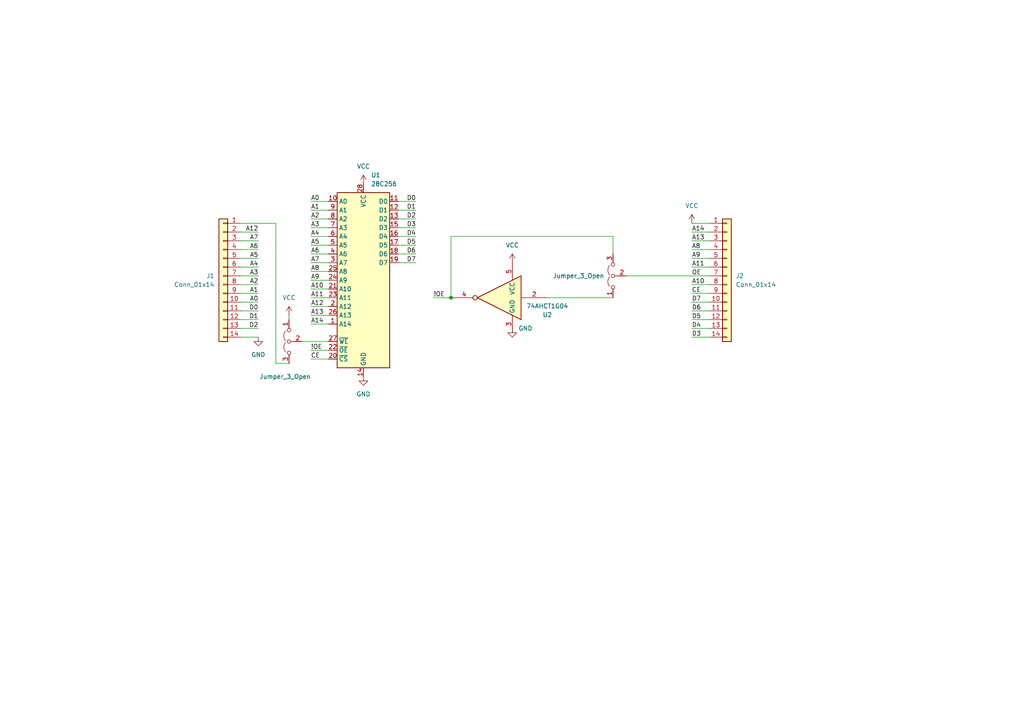
<source format=kicad_sch>
(kicad_sch (version 20230121) (generator eeschema)
  (paper "A4")
  (lib_symbols
    (symbol "74xGxx:74AHCT1G04"
      (property "Reference" "U" (at -2.54 3.81 0))
      (property "Value" "74AHCT1G04" (at 0 -3.81 0))
      (symbol "74AHCT1G04_0_1"
        (polyline (pts (xy -7.62 6.35) (xy -7.62 -6.35) (xy 5.08 0) (xy -7.62 6.35)) (stroke (width 0.254)) (fill (type background)))
      )
      (symbol "74AHCT1G04_1_1"
        (pin input line (at -15.24 0 0) (length 7.62) (name "~") (number "2"))
        (pin power_in line (at -5.08 -10.16 90) (length 5.08) (name "GND") (number "3"))
        (pin output inverted (at 12.7 0 180) (length 7.62) (name "~") (number "4"))
        (pin power_in line (at -5.08 10.16 270) (length 5.08) (name "VCC") (number "5"))
      )
    )
    (symbol "Connector_Generic:Conn_01x14" (pin_names (offset 1.016) hide)
      (property "Reference" "J" (at 0 17.78 0))
      (property "Value" "Conn_01x14" (at 0 -20.32 0))
      (symbol "Conn_01x14_1_1"
        (rectangle (start -1.27 -17.653) (end 0 -17.907) (stroke (width 0.1524)))
        (rectangle (start -1.27 -15.113) (end 0 -15.367) (stroke (width 0.1524)))
        (rectangle (start -1.27 -12.573) (end 0 -12.827) (stroke (width 0.1524)))
        (rectangle (start -1.27 -10.033) (end 0 -10.287) (stroke (width 0.1524)))
        (rectangle (start -1.27 -7.493) (end 0 -7.747) (stroke (width 0.1524)))
        (rectangle (start -1.27 -4.953) (end 0 -5.207) (stroke (width 0.1524)))
        (rectangle (start -1.27 -2.413) (end 0 -2.667) (stroke (width 0.1524)))
        (rectangle (start -1.27 0.127) (end 0 -0.127) (stroke (width 0.1524)))
        (rectangle (start -1.27 2.667) (end 0 2.413) (stroke (width 0.1524)))
        (rectangle (start -1.27 5.207) (end 0 4.953) (stroke (width 0.1524)))
        (rectangle (start -1.27 7.747) (end 0 7.493) (stroke (width 0.1524)))
        (rectangle (start -1.27 10.287) (end 0 10.033) (stroke (width 0.1524)))
        (rectangle (start -1.27 12.827) (end 0 12.573) (stroke (width 0.1524)))
        (rectangle (start -1.27 15.367) (end 0 15.113) (stroke (width 0.1524)))
        (rectangle (start -1.27 16.51) (end 1.27 -19.05) (stroke (width 0.254)) (fill (type background)))
        (pin passive line (at -5.08 15.24 0) (length 3.81) (name "Pin_1") (number "1"))
        (pin passive line (at -5.08 -7.62 0) (length 3.81) (name "Pin_10") (number "10"))
        (pin passive line (at -5.08 -10.16 0) (length 3.81) (name "Pin_11") (number "11"))
        (pin passive line (at -5.08 -12.7 0) (length 3.81) (name "Pin_12") (number "12"))
        (pin passive line (at -5.08 -15.24 0) (length 3.81) (name "Pin_13") (number "13"))
        (pin passive line (at -5.08 -17.78 0) (length 3.81) (name "Pin_14") (number "14"))
        (pin passive line (at -5.08 12.7 0) (length 3.81) (name "Pin_2") (number "2"))
        (pin passive line (at -5.08 10.16 0) (length 3.81) (name "Pin_3") (number "3"))
        (pin passive line (at -5.08 7.62 0) (length 3.81) (name "Pin_4") (number "4"))
        (pin passive line (at -5.08 5.08 0) (length 3.81) (name "Pin_5") (number "5"))
        (pin passive line (at -5.08 2.54 0) (length 3.81) (name "Pin_6") (number "6"))
        (pin passive line (at -5.08 0 0) (length 3.81) (name "Pin_7") (number "7"))
        (pin passive line (at -5.08 -2.54 0) (length 3.81) (name "Pin_8") (number "8"))
        (pin passive line (at -5.08 -5.08 0) (length 3.81) (name "Pin_9") (number "9"))
      )
    )
    (symbol "Jumper:Jumper_3_Open" (pin_names (offset 0) hide)
      (property "Reference" "JP" (at -2.54 -2.54 0))
      (property "Value" "Jumper_3_Open" (at 0 2.794 0))
      (symbol "Jumper_3_Open_0_0"
        (circle (center -3.302 0) (radius 0.508))
        (circle (center 0 0) (radius 0.508))
        (circle (center 3.302 0) (radius 0.508))
      )
      (symbol "Jumper_3_Open_0_1"
        (arc (start -0.254 1.016) (mid -1.651 1.4992) (end -3.048 1.016))
        (polyline (pts (xy 0 -0.508) (xy 0 -1.27)))
        (arc (start 3.048 1.016) (mid 1.651 1.4992) (end 0.254 1.016))
      )
      (symbol "Jumper_3_Open_1_1"
        (pin passive line (at -6.35 0 0) (length 2.54) (name "A") (number "1"))
        (pin passive line (at 0 -3.81 90) (length 2.54) (name "C") (number "2"))
        (pin passive line (at 6.35 0 180) (length 2.54) (name "B") (number "3"))
      )
    )
    (symbol "Memory_EEPROM:28C256"
      (property "Reference" "U" (at -7.62 26.67 0))
      (property "Value" "28C256" (at 2.54 -26.67 0))
      (symbol "28C256_1_1"
        (rectangle (start -7.62 25.4) (end 7.62 -25.4) (stroke (width 0.254)) (fill (type background)))
        (pin input line (at -10.16 -12.7 0) (length 2.54) (name "A14") (number "1"))
        (pin input line (at -10.16 22.86 0) (length 2.54) (name "A0") (number "10"))
        (pin tri_state line (at 10.16 22.86 180) (length 2.54) (name "D0") (number "11"))
        (pin tri_state line (at 10.16 20.32 180) (length 2.54) (name "D1") (number "12"))
        (pin tri_state line (at 10.16 17.78 180) (length 2.54) (name "D2") (number "13"))
        (pin power_in line (at 0 -27.94 90) (length 2.54) (name "GND") (number "14"))
        (pin tri_state line (at 10.16 15.24 180) (length 2.54) (name "D3") (number "15"))
        (pin tri_state line (at 10.16 12.7 180) (length 2.54) (name "D4") (number "16"))
        (pin tri_state line (at 10.16 10.16 180) (length 2.54) (name "D5") (number "17"))
        (pin tri_state line (at 10.16 7.62 180) (length 2.54) (name "D6") (number "18"))
        (pin tri_state line (at 10.16 5.08 180) (length 2.54) (name "D7") (number "19"))
        (pin input line (at -10.16 -7.62 0) (length 2.54) (name "A12") (number "2"))
        (pin input line (at -10.16 -22.86 0) (length 2.54) (name "~{CS}") (number "20"))
        (pin input line (at -10.16 -2.54 0) (length 2.54) (name "A10") (number "21"))
        (pin input line (at -10.16 -20.32 0) (length 2.54) (name "~{OE}") (number "22"))
        (pin input line (at -10.16 -5.08 0) (length 2.54) (name "A11") (number "23"))
        (pin input line (at -10.16 0 0) (length 2.54) (name "A9") (number "24"))
        (pin input line (at -10.16 2.54 0) (length 2.54) (name "A8") (number "25"))
        (pin input line (at -10.16 -10.16 0) (length 2.54) (name "A13") (number "26"))
        (pin input line (at -10.16 -17.78 0) (length 2.54) (name "~{WE}") (number "27"))
        (pin power_in line (at 0 27.94 270) (length 2.54) (name "VCC") (number "28"))
        (pin input line (at -10.16 5.08 0) (length 2.54) (name "A7") (number "3"))
        (pin input line (at -10.16 7.62 0) (length 2.54) (name "A6") (number "4"))
        (pin input line (at -10.16 10.16 0) (length 2.54) (name "A5") (number "5"))
        (pin input line (at -10.16 12.7 0) (length 2.54) (name "A4") (number "6"))
        (pin input line (at -10.16 15.24 0) (length 2.54) (name "A3") (number "7"))
        (pin input line (at -10.16 17.78 0) (length 2.54) (name "A2") (number "8"))
        (pin input line (at -10.16 20.32 0) (length 2.54) (name "A1") (number "9"))
      )
    )
    (symbol "power:GND" (power) (pin_names (offset 0))
      (property "Value" "GND" (at 0 -3.81 0))
      (symbol "GND_0_1"
        (polyline (pts (xy 0 0) (xy 0 -1.27) (xy 1.27 -1.27) (xy 0 -2.54) (xy -1.27 -1.27) (xy 0 -1.27)))
      )
      (symbol "GND_1_1"
        (pin power_in line (at 0 0 270) (length 0) hide (name "GND") (number "1"))
      )
    )
    (symbol "power:VCC" (power) (pin_names (offset 0))
      (property "Value" "VCC" (at 0 3.81 0))
      (symbol "VCC_0_1"
        (polyline (pts (xy -0.762 1.27) (xy 0 2.54)))
        (polyline (pts (xy 0 0) (xy 0 2.54)))
        (polyline (pts (xy 0 2.54) (xy 0.762 1.27)))
      )
      (symbol "VCC_1_1"
        (pin power_in line (at 0 0 90) (length 0) hide (name "VCC") (number "1"))
      )
    )
  )
  (junction (at 130.81 86.36))
  (wire (pts (xy 115.57 66.04) (xy 120.65 66.04)))
  (wire (pts (xy 90.17 71.12) (xy 95.25 71.12)))
  (wire (pts (xy 69.85 77.47) (xy 74.93 77.47)))
  (wire (pts (xy 90.17 86.36) (xy 95.25 86.36)))
  (wire (pts (xy 90.17 73.66) (xy 95.25 73.66)))
  (wire (pts (xy 130.81 68.58) (xy 130.81 86.36)))
  (wire (pts (xy 90.17 93.98) (xy 95.25 93.98)))
  (wire (pts (xy 90.17 63.5) (xy 95.25 63.5)))
  (wire (pts (xy 69.85 72.39) (xy 74.93 72.39)))
  (wire (pts (xy 200.66 87.63) (xy 205.74 87.63)))
  (wire (pts (xy 80.01 105.41) (xy 83.82 105.41)))
  (wire (pts (xy 115.57 76.2) (xy 120.65 76.2)))
  (wire (pts (xy 158.75 86.36) (xy 177.8 86.36)))
  (wire (pts (xy 69.85 90.17) (xy 74.93 90.17)))
  (wire (pts (xy 177.8 68.58) (xy 130.81 68.58)))
  (wire (pts (xy 115.57 71.12) (xy 120.65 71.12)))
  (wire (pts (xy 90.17 66.04) (xy 95.25 66.04)))
  (wire (pts (xy 90.17 81.28) (xy 95.25 81.28)))
  (wire (pts (xy 200.66 77.47) (xy 205.74 77.47)))
  (wire (pts (xy 200.66 72.39) (xy 205.74 72.39)))
  (wire (pts (xy 69.85 95.25) (xy 74.93 95.25)))
  (wire (pts (xy 69.85 87.63) (xy 74.93 87.63)))
  (wire (pts (xy 200.66 90.17) (xy 205.74 90.17)))
  (wire (pts (xy 69.85 67.31) (xy 74.93 67.31)))
  (wire (pts (xy 69.85 85.09) (xy 74.93 85.09)))
  (wire (pts (xy 69.85 74.93) (xy 74.93 74.93)))
  (wire (pts (xy 90.17 76.2) (xy 95.25 76.2)))
  (wire (pts (xy 90.17 88.9) (xy 95.25 88.9)))
  (wire (pts (xy 69.85 64.77) (xy 80.01 64.77)))
  (wire (pts (xy 90.17 104.14) (xy 95.25 104.14)))
  (wire (pts (xy 200.66 85.09) (xy 205.74 85.09)))
  (wire (pts (xy 125.73 86.36) (xy 130.81 86.36)))
  (wire (pts (xy 69.85 92.71) (xy 74.93 92.71)))
  (wire (pts (xy 200.66 92.71) (xy 205.74 92.71)))
  (wire (pts (xy 90.17 83.82) (xy 95.25 83.82)))
  (wire (pts (xy 115.57 68.58) (xy 120.65 68.58)))
  (wire (pts (xy 80.01 64.77) (xy 80.01 105.41)))
  (wire (pts (xy 200.66 67.31) (xy 205.74 67.31)))
  (wire (pts (xy 115.57 60.96) (xy 120.65 60.96)))
  (wire (pts (xy 69.85 97.79) (xy 74.93 97.79)))
  (wire (pts (xy 87.63 99.06) (xy 95.25 99.06)))
  (wire (pts (xy 200.66 82.55) (xy 205.74 82.55)))
  (wire (pts (xy 200.66 74.93) (xy 205.74 74.93)))
  (wire (pts (xy 181.61 80.01) (xy 205.74 80.01)))
  (wire (pts (xy 90.17 68.58) (xy 95.25 68.58)))
  (wire (pts (xy 200.66 97.79) (xy 205.74 97.79)))
  (wire (pts (xy 90.17 101.6) (xy 95.25 101.6)))
  (wire (pts (xy 83.82 92.71) (xy 83.82 91.44)))
  (wire (pts (xy 90.17 58.42) (xy 95.25 58.42)))
  (wire (pts (xy 90.17 60.96) (xy 95.25 60.96)))
  (wire (pts (xy 148.59 96.52) (xy 148.59 95.25)))
  (wire (pts (xy 69.85 80.01) (xy 74.93 80.01)))
  (wire (pts (xy 200.66 69.85) (xy 205.74 69.85)))
  (wire (pts (xy 200.66 95.25) (xy 205.74 95.25)))
  (wire (pts (xy 115.57 63.5) (xy 120.65 63.5)))
  (wire (pts (xy 69.85 82.55) (xy 74.93 82.55)))
  (wire (pts (xy 90.17 91.44) (xy 95.25 91.44)))
  (wire (pts (xy 115.57 58.42) (xy 120.65 58.42)))
  (wire (pts (xy 177.8 73.66) (xy 177.8 68.58)))
  (wire (pts (xy 200.66 64.77) (xy 205.74 64.77)))
  (wire (pts (xy 90.17 78.74) (xy 95.25 78.74)))
  (wire (pts (xy 69.85 69.85) (xy 74.93 69.85)))
  (wire (pts (xy 115.57 73.66) (xy 120.65 73.66)))
  (label "A6" (at 90.17 73.66 0))
  (label "A0" (at 74.93 87.63 180))
  (label "A7" (at 90.17 76.2 0))
  (label "D1" (at 74.93 92.71 180))
  (label "D4" (at 200.66 95.25 0))
  (label "D5" (at 120.65 71.12 180))
  (label "CE" (at 200.66 85.09 0))
  (label "A11" (at 90.17 86.36 0))
  (label "A5" (at 74.93 74.93 180))
  (label "A8" (at 200.66 72.39 0))
  (label "D5" (at 200.66 92.71 0))
  (label "A6" (at 74.93 72.39 180))
  (label "D0" (at 120.65 58.42 180))
  (label "!OE" (at 125.73 86.36 0))
  (label "D6" (at 200.66 90.17 0))
  (label "A2" (at 90.17 63.5 0))
  (label "D4" (at 120.65 68.58 180))
  (label "A13" (at 200.66 69.85 0))
  (label "A1" (at 90.17 60.96 0))
  (label "D2" (at 74.93 95.25 180))
  (label "D3" (at 120.65 66.04 180))
  (label "!OE" (at 90.17 101.6 0))
  (label "D3" (at 200.66 97.79 0))
  (label "A12" (at 90.17 88.9 0))
  (label "D7" (at 120.65 76.2 180))
  (label "A5" (at 90.17 71.12 0))
  (label "D2" (at 120.65 63.5 180))
  (label "A14" (at 90.17 93.98 0))
  (label "A4" (at 90.17 68.58 0))
  (label "A4" (at 74.93 77.47 180))
  (label "A13" (at 90.17 91.44 0))
  (label "A1" (at 74.93 85.09 180))
  (label "A10" (at 90.17 83.82 0))
  (label "A9" (at 90.17 81.28 0))
  (label "D1" (at 120.65 60.96 180))
  (label "A14" (at 200.66 67.31 0))
  (label "A3" (at 90.17 66.04 0))
  (label "A7" (at 74.93 69.85 180))
  (label "A10" (at 200.66 82.55 0))
  (label "A8" (at 90.17 78.74 0))
  (label "A9" (at 200.66 74.93 0))
  (label "A11" (at 200.66 77.47 0))
  (label "D7" (at 200.66 87.63 0))
  (label "D0" (at 74.93 90.17 180))
  (label "A0" (at 90.17 58.42 0))
  (label "CE" (at 90.17 104.14 0))
  (label "D6" (at 120.65 73.66 180))
  (label "OE" (at 200.66 80.01 0))
  (label "A12" (at 74.93 67.31 180))
  (label "A3" (at 74.93 80.01 180))
  (label "A2" (at 74.93 82.55 180))
  (symbol (lib_id "Jumper:Jumper_3_Open") (at 177.8 80.01 90) (unit 1)
    (property "Reference" "JP1" (effects hide))
    (property "Value" "Jumper_3_Open" (at 175.26 80.01 90) (effects (justify left)))
    (property "Footprint" "Connector_PinHeader_1.27mm:PinHeader_1x03_P1.27mm_Vertical" (effects hide))
  )
  (symbol (lib_id "power:GND") (at 148.59 95.25 0) (mirror y) (unit 1)
    (property "Reference" "#PWR06" (effects hide))
    (property "Value" "GND" (at 152.4 95.25 0))
  )
  (symbol (lib_id "74xGxx:74AHCT1G04") (at 143.51 86.36 0) (mirror y) (unit 1)
    (property "Reference" "U2" (at 158.75 91.3131 0))
    (property "Value" "74AHCT1G04" (at 158.75 88.7731 0))
    (property "Footprint" "Package_TO_SOT_SMD:SOT-353_SC-70-5_Handsoldering" (effects hide))
    (property "Datasheet" "http://www.ti.com/lit/sg/scyt129e/scyt129e.pdf" (effects hide))
  )
  (symbol (lib_id "Connector_Generic:Conn_01x14") (at 210.82 80.01 0) (unit 1)
    (property "Reference" "J2" (at 213.36 80.01 0) (effects (justify left)))
    (property "Value" "Conn_01x14" (at 213.36 82.55 0) (effects (justify left)))
    (property "Footprint" "Connector_PinHeader_2.54mm:PinHeader_1x14_P2.54mm_Vertical" (effects hide))
  )
  (symbol (lib_id "power:GND") (at 105.41 109.22 0) (mirror y) (unit 1)
    (property "Reference" "#PWR05" (effects hide))
    (property "Value" "GND" (at 105.41 114.3 0))
  )
  (symbol (lib_id "Jumper:Jumper_3_Open") (at 83.82 99.06 90) (mirror x) (unit 1)
    (property "Reference" "JP2" (effects hide))
    (property "Value" "Jumper_3_Open" (at 90.17 109.22 90) (effects (justify left)))
    (property "Footprint" "Connector_PinHeader_1.27mm:PinHeader_1x03_P1.27mm_Vertical" (effects hide))
  )
  (symbol (lib_id "Connector_Generic:Conn_01x14") (at 64.77 80.01 0) (mirror y) (unit 1)
    (property "Reference" "J1" (at 62.23 80.01 0) (effects (justify left)))
    (property "Value" "Conn_01x14" (at 62.23 82.55 0) (effects (justify left)))
    (property "Footprint" "Connector_PinHeader_2.54mm:PinHeader_1x14_P2.54mm_Vertical" (effects hide))
  )
  (symbol (lib_id "power:GND") (at 74.93 97.79 0) (mirror y) (unit 1)
    (property "Reference" "#PWR04" (effects hide))
    (property "Value" "GND" (at 74.93 102.87 0))
  )
  (symbol (lib_id "power:VCC") (at 105.41 53.34 0) (mirror y) (unit 1)
    (property "Reference" "#PWR03" (effects hide))
    (property "Value" "VCC" (at 105.41 48.26 0))
  )
  (symbol (lib_id "power:VCC") (at 200.66 64.77 0) (mirror y) (unit 1)
    (property "Reference" "#PWR01" (effects hide))
    (property "Value" "VCC" (at 200.66 59.69 0))
  )
  (symbol (lib_id "power:VCC") (at 83.82 91.44 0) (mirror y) (unit 1)
    (property "Reference" "#PWR09" (effects hide))
    (property "Value" "VCC" (at 83.82 86.36 0))
  )
  (symbol (lib_id "Memory_EEPROM:28C256") (at 105.41 81.28 0) (unit 1)
    (property "Reference" "U1" (at 107.6041 50.8 0) (effects (justify left)))
    (property "Value" "28C256" (at 107.6041 53.34 0) (effects (justify left)))
    (property "Footprint" "Package_SO:SOIC-28W_7.5x17.9mm_P1.27mm" (effects hide))
    (property "Datasheet" "http://ww1.microchip.com/downloads/en/DeviceDoc/doc0006.pdf" (effects hide))
  )
  (symbol (lib_id "power:VCC") (at 148.59 76.2 0) (mirror y) (unit 1)
    (property "Reference" "#PWR02" (effects hide))
    (property "Value" "VCC" (at 148.59 71.12 0))
  )
)
</source>
